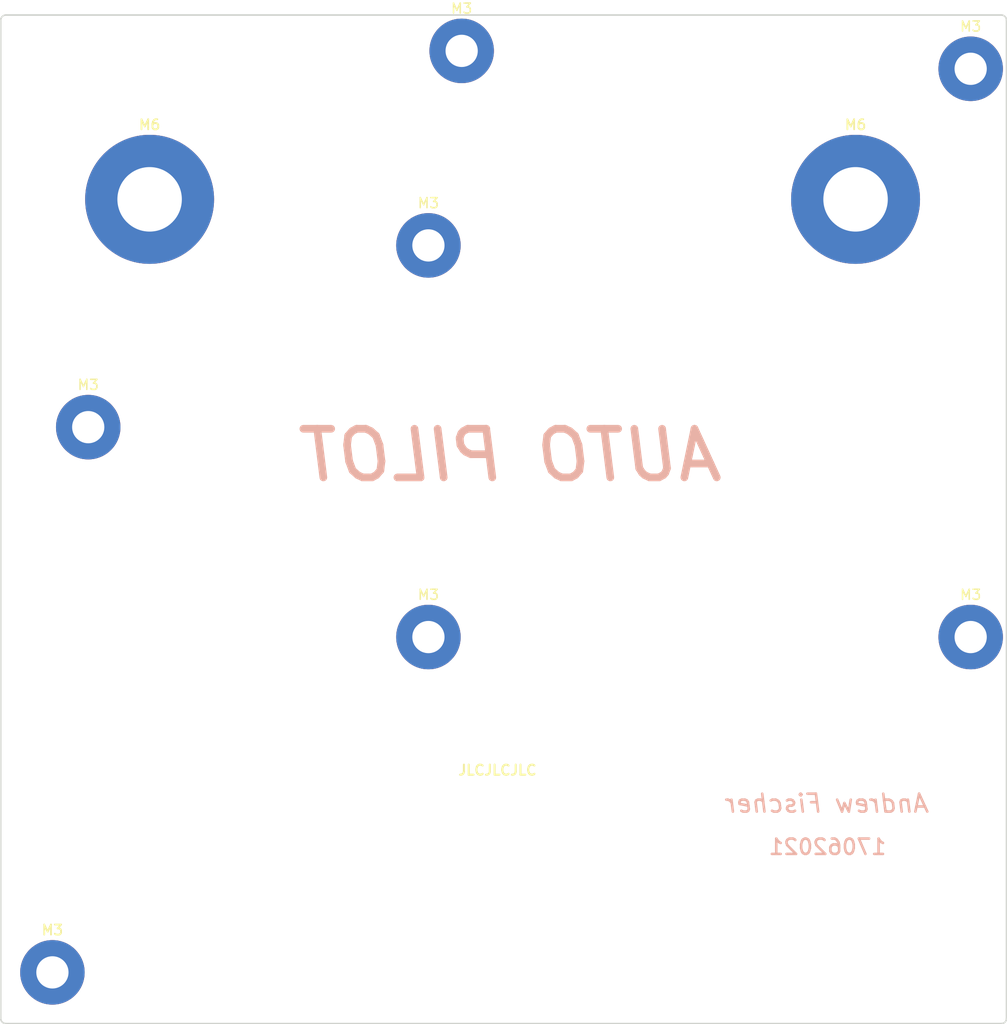
<source format=kicad_pcb>
(kicad_pcb (version 20171130) (host pcbnew "(5.1.9)-1")

  (general
    (thickness 1.6)
    (drawings 16)
    (tracks 0)
    (zones 0)
    (modules 10)
    (nets 1)
  )

  (page A4)
  (title_block
    (title "AutoPilot Bottom Cover")
    (date 2021-06-16)
    (rev 0.3)
    (comment 4 "Copyright (c) 2021 Andrew Fischer")
  )

  (layers
    (0 F.Cu signal)
    (31 B.Cu signal)
    (32 B.Adhes user)
    (33 F.Adhes user)
    (34 B.Paste user)
    (35 F.Paste user)
    (36 B.SilkS user)
    (37 F.SilkS user)
    (38 B.Mask user)
    (39 F.Mask user)
    (40 Dwgs.User user)
    (41 Cmts.User user)
    (42 Eco1.User user)
    (43 Eco2.User user)
    (44 Edge.Cuts user)
    (45 Margin user)
    (46 B.CrtYd user)
    (47 F.CrtYd user)
    (48 B.Fab user)
    (49 F.Fab user)
  )

  (setup
    (last_trace_width 0.25)
    (user_trace_width 16)
    (trace_clearance 0.2)
    (zone_clearance 0.508)
    (zone_45_only no)
    (trace_min 0.2)
    (via_size 0.8)
    (via_drill 0.4)
    (via_min_size 0.4)
    (via_min_drill 0.3)
    (uvia_size 0.3)
    (uvia_drill 0.1)
    (uvias_allowed no)
    (uvia_min_size 0.2)
    (uvia_min_drill 0.1)
    (edge_width 0.05)
    (segment_width 0.2)
    (pcb_text_width 0.3)
    (pcb_text_size 1.5 1.5)
    (mod_edge_width 0.12)
    (mod_text_size 1 1)
    (mod_text_width 0.15)
    (pad_size 3.200001 3.200001)
    (pad_drill 3.200001)
    (pad_to_mask_clearance 0)
    (aux_axis_origin 0 0)
    (visible_elements 7FFFFFFF)
    (pcbplotparams
      (layerselection 0x010fc_ffffffff)
      (usegerberextensions true)
      (usegerberattributes false)
      (usegerberadvancedattributes false)
      (creategerberjobfile false)
      (excludeedgelayer true)
      (linewidth 0.150000)
      (plotframeref false)
      (viasonmask false)
      (mode 1)
      (useauxorigin false)
      (hpglpennumber 1)
      (hpglpenspeed 20)
      (hpglpendiameter 15.000000)
      (psnegative false)
      (psa4output false)
      (plotreference true)
      (plotvalue false)
      (plotinvisibletext false)
      (padsonsilk false)
      (subtractmaskfromsilk true)
      (outputformat 1)
      (mirror false)
      (drillshape 0)
      (scaleselection 1)
      (outputdirectory "APBottom-Gerbers"))
  )

  (net 0 "")

  (net_class Default "This is the default net class."
    (clearance 0.2)
    (trace_width 0.25)
    (via_dia 0.8)
    (via_drill 0.4)
    (uvia_dia 0.3)
    (uvia_drill 0.1)
  )

  (module MountingHole:MountingHole_3.2mm_M3 (layer F.Cu) (tedit 56D1B4CB) (tstamp 60CA4D45)
    (at 164.338 147.828)
    (descr "Mounting Hole 3.2mm, no annular, M3")
    (tags "mounting hole 3.2mm no annular m3")
    (attr virtual)
    (fp_text reference M3 (at 0 -4.2) (layer F.SilkS) hide
      (effects (font (size 1 1) (thickness 0.15)))
    )
    (fp_text value M3 (at 0 4.2) (layer F.Fab) hide
      (effects (font (size 1 1) (thickness 0.15)))
    )
    (fp_circle (center 0 0) (end 3.2 0) (layer Cmts.User) (width 0.15))
    (fp_circle (center 0 0) (end 3.45 0) (layer F.CrtYd) (width 0.05))
    (fp_text user %R (at 0.3 0) (layer F.Fab)
      (effects (font (size 1 1) (thickness 0.15)))
    )
    (pad 1 np_thru_hole circle (at 0 0) (size 3.2 3.2) (drill 3.2) (layers *.Cu *.Mask))
  )

  (module MountingHole:MountingHole_3.2mm_M3_Pad (layer F.Cu) (tedit 56D1B4CB) (tstamp 60AE449F)
    (at 84.836 93.726)
    (descr "Mounting Hole 3.2mm, M3")
    (tags "mounting hole 3.2mm m3")
    (attr virtual)
    (fp_text reference M3 (at 0 -4.2) (layer F.SilkS)
      (effects (font (size 1 1) (thickness 0.15)))
    )
    (fp_text value M3 (at 0 4.2) (layer F.Fab) hide
      (effects (font (size 1 1) (thickness 0.15)))
    )
    (fp_circle (center 0 0) (end 3.45 0) (layer F.CrtYd) (width 0.05))
    (fp_circle (center 0 0) (end 3.2 0) (layer Cmts.User) (width 0.15))
    (fp_text user M3 (at 0.3 0) (layer F.Fab) hide
      (effects (font (size 1 1) (thickness 0.15)))
    )
    (pad 1 thru_hole circle (at 0 0) (size 6.4 6.4) (drill 3.2) (layers *.Cu *.Mask))
  )

  (module MountingHole:MountingHole_6.4mm_M6_Pad (layer F.Cu) (tedit 56D1B4CB) (tstamp 6098D2D0)
    (at 90.932 71.12)
    (descr "Mounting Hole 6.4mm, M6")
    (tags "mounting hole 6.4mm m6")
    (attr virtual)
    (fp_text reference M6 (at 0 -7.4) (layer F.SilkS)
      (effects (font (size 1 1) (thickness 0.1778)))
    )
    (fp_text value M6_Pad (at 0 7.4) (layer F.Fab)
      (effects (font (size 1 1) (thickness 0.1778)))
    )
    (fp_circle (center 0 0) (end 6.4 0) (layer Cmts.User) (width 0.15))
    (fp_circle (center 0 0) (end 6.65 0) (layer F.CrtYd) (width 0.05))
    (fp_text user %R (at 0.3 0) (layer F.Fab) hide
      (effects (font (size 1 1) (thickness 0.1778)))
    )
    (pad 1 thru_hole circle (at 0 0) (size 12.8 12.8) (drill 6.4) (layers *.Cu *.Mask))
  )

  (module MountingHole:MountingHole_6.4mm_M6_Pad (layer F.Cu) (tedit 56D1B4CB) (tstamp 6098D2AB)
    (at 161.036 71.12)
    (descr "Mounting Hole 6.4mm, M6")
    (tags "mounting hole 6.4mm m6")
    (attr virtual)
    (fp_text reference M6 (at 0 -7.4) (layer F.SilkS)
      (effects (font (size 1 1) (thickness 0.1778)))
    )
    (fp_text value M6_Pad (at 0 7.4) (layer F.Fab)
      (effects (font (size 1 1) (thickness 0.1778)))
    )
    (fp_circle (center 0 0) (end 6.4 0) (layer Cmts.User) (width 0.15))
    (fp_circle (center 0 0) (end 6.65 0) (layer F.CrtYd) (width 0.05))
    (fp_text user %R (at 0.3 0) (layer F.Fab)
      (effects (font (size 1 1) (thickness 0.15)))
    )
    (pad 1 thru_hole circle (at 0 0) (size 12.8 12.8) (drill 6.4) (layers *.Cu *.Mask))
  )

  (module MountingHole:MountingHole_3.2mm_M3_Pad (layer F.Cu) (tedit 56D1B4CB) (tstamp 6098A000)
    (at 81.28 147.828)
    (descr "Mounting Hole 3.2mm, M3")
    (tags "mounting hole 3.2mm m3")
    (attr virtual)
    (fp_text reference M3 (at 0 -4.2) (layer F.SilkS)
      (effects (font (size 1 1) (thickness 0.1778)))
    )
    (fp_text value M3 (at 0 4.2) (layer F.Fab)
      (effects (font (size 1 1) (thickness 0.1778)))
    )
    (fp_circle (center 0 0) (end 3.45 0) (layer F.CrtYd) (width 0.05))
    (fp_circle (center 0 0) (end 3.2 0) (layer Cmts.User) (width 0.15))
    (pad 1 thru_hole circle (at 0 0) (size 6.4 6.4) (drill 3.2) (layers *.Cu *.Mask))
  )

  (module MountingHole:MountingHole_3.2mm_M3_Pad (layer F.Cu) (tedit 56D1B4CB) (tstamp 60989FDC)
    (at 118.618 75.692)
    (descr "Mounting Hole 3.2mm, M3")
    (tags "mounting hole 3.2mm m3")
    (attr virtual)
    (fp_text reference M3 (at 0 -4.2) (layer F.SilkS)
      (effects (font (size 1 1) (thickness 0.15)))
    )
    (fp_text value M3 (at 0 4.2) (layer F.Fab) hide
      (effects (font (size 1 1) (thickness 0.15)))
    )
    (fp_circle (center 0 0) (end 3.45 0) (layer F.CrtYd) (width 0.05))
    (fp_circle (center 0 0) (end 3.2 0) (layer Cmts.User) (width 0.15))
    (fp_text user M3 (at 0.3 0) (layer F.Fab) hide
      (effects (font (size 1 1) (thickness 0.15)))
    )
    (pad 1 thru_hole circle (at 0 0) (size 6.4 6.4) (drill 3.2) (layers *.Cu *.Mask))
  )

  (module MountingHole:MountingHole_3.2mm_M3_Pad (layer F.Cu) (tedit 56D1B4CB) (tstamp 60989E50)
    (at 118.618 114.554)
    (descr "Mounting Hole 3.2mm, M3")
    (tags "mounting hole 3.2mm m3")
    (attr virtual)
    (fp_text reference M3 (at 0 -4.2) (layer F.SilkS)
      (effects (font (size 1 1) (thickness 0.15)))
    )
    (fp_text value M3 (at 0 4.2) (layer F.Fab) hide
      (effects (font (size 1 1) (thickness 0.15)))
    )
    (fp_circle (center 0 0) (end 3.2 0) (layer Cmts.User) (width 0.15))
    (fp_circle (center 0 0) (end 3.45 0) (layer F.CrtYd) (width 0.05))
    (fp_text user %R (at 0.3 0) (layer F.Fab) hide
      (effects (font (size 1 1) (thickness 0.15)))
    )
    (pad 1 thru_hole circle (at 0 0) (size 6.4 6.4) (drill 3.2) (layers *.Cu *.Mask))
  )

  (module MountingHole:MountingHole_3.2mm_M3_Pad (layer F.Cu) (tedit 56D1B4CB) (tstamp 60989E2C)
    (at 121.92 56.388)
    (descr "Mounting Hole 3.2mm, M3")
    (tags "mounting hole 3.2mm m3")
    (attr virtual)
    (fp_text reference M3 (at 0 -4.2) (layer F.SilkS)
      (effects (font (size 1 1) (thickness 0.15)))
    )
    (fp_text value M3 (at 0 4.2) (layer F.Fab) hide
      (effects (font (size 1 1) (thickness 0.15)))
    )
    (fp_circle (center 0 0) (end 3.2 0) (layer Cmts.User) (width 0.15))
    (fp_circle (center 0 0) (end 3.45 0) (layer F.CrtYd) (width 0.05))
    (fp_text user M3 (at 0.3 0) (layer F.Fab) hide
      (effects (font (size 1 1) (thickness 0.15)))
    )
    (pad 1 thru_hole circle (at 0 0) (size 6.4 6.4) (drill 3.2) (layers *.Cu *.Mask))
  )

  (module MountingHole:MountingHole_3.2mm_M3_Pad (layer F.Cu) (tedit 56D1B4CB) (tstamp 60989E06)
    (at 172.466 58.166)
    (descr "Mounting Hole 3.2mm, M3")
    (tags "mounting hole 3.2mm m3")
    (attr virtual)
    (fp_text reference M3 (at 0 -4.2) (layer F.SilkS)
      (effects (font (size 1 1) (thickness 0.15)))
    )
    (fp_text value M3 (at 0 4.2) (layer F.Fab) hide
      (effects (font (size 1 1) (thickness 0.15)))
    )
    (fp_circle (center 0 0) (end 3.2 0) (layer Cmts.User) (width 0.15))
    (fp_circle (center 0 0) (end 3.45 0) (layer F.CrtYd) (width 0.05))
    (fp_text user M3 (at 0.3 0) (layer F.Fab) hide
      (effects (font (size 1 1) (thickness 0.15)))
    )
    (pad 1 thru_hole circle (at 0 0) (size 6.4 6.4) (drill 3.2) (layers *.Cu *.Mask))
  )

  (module MountingHole:MountingHole_3.2mm_M3_Pad (layer F.Cu) (tedit 56D1B4CB) (tstamp 60989DE2)
    (at 172.466 114.554)
    (descr "Mounting Hole 3.2mm, M3")
    (tags "mounting hole 3.2mm m3")
    (attr virtual)
    (fp_text reference M3 (at 0 -4.2) (layer F.SilkS)
      (effects (font (size 1 1) (thickness 0.15)))
    )
    (fp_text value M3 (at 0 4.2) (layer F.Fab)
      (effects (font (size 1 1) (thickness 0.15)))
    )
    (fp_circle (center 0 0) (end 3.2 0) (layer Cmts.User) (width 0.15))
    (fp_circle (center 0 0) (end 3.45 0) (layer F.CrtYd) (width 0.05))
    (fp_text user M3 (at 0.3 0) (layer F.Fab) hide
      (effects (font (size 1 1) (thickness 0.15)))
    )
    (pad 1 thru_hole circle (at 0 0) (size 6.4 6.4) (drill 3.2) (layers *.Cu *.Mask))
  )

  (gr_text JLCJLCJLC (at 125.476 127.762) (layer F.SilkS)
    (effects (font (size 1 1) (thickness 0.2)))
  )
  (gr_text 17062021 (at 158.242 135.382) (layer B.SilkS)
    (effects (font (size 1.524 1.524) (thickness 0.254)) (justify mirror))
  )
  (gr_text "Andrew Fischer" (at 158.242 131.064) (layer B.SilkS)
    (effects (font (size 1.778 1.778) (thickness 0.254) italic) (justify mirror))
  )
  (gr_text "AUTO PILOT" (at 127 96.52) (layer B.SilkS)
    (effects (font (size 4.826 4.826) (thickness 0.762) italic) (justify mirror))
  )
  (gr_line (start 175.514 52.832) (end 76.6572 52.832) (layer Edge.Cuts) (width 0.15))
  (gr_line (start 176.022 152.4) (end 176.022 53.34) (layer Edge.Cuts) (width 0.15) (tstamp 6098CF4E))
  (gr_line (start 175.514 152.908) (end 76.6572 152.908) (layer Edge.Cuts) (width 0.15))
  (gr_arc (start 76.6572 152.4) (end 76.1492 152.4) (angle -90) (layer Edge.Cuts) (width 0.15))
  (gr_line (start 76.1492 53.34) (end 76.1492 152.4) (layer Edge.Cuts) (width 0.15))
  (gr_arc (start 76.6572 53.34) (end 76.6572 52.832) (angle -90) (layer Edge.Cuts) (width 0.15))
  (gr_arc (start 175.514 53.34) (end 176.022 53.34) (angle -90) (layer Edge.Cuts) (width 0.15))
  (gr_arc (start 175.514 152.4) (end 175.514 152.908) (angle -90) (layer Edge.Cuts) (width 0.15))
  (gr_line (start 176.022 52.832) (end 176.022 152.908) (layer Dwgs.User) (width 0.15) (tstamp 6098CC4C))
  (gr_line (start 76.1492 52.832) (end 176.022 52.832) (layer Dwgs.User) (width 0.15))
  (gr_line (start 76.1492 152.908) (end 76.1492 52.832) (layer Dwgs.User) (width 0.15))
  (gr_line (start 176.022 152.908) (end 76.1492 152.908) (layer Dwgs.User) (width 0.15))

)

</source>
